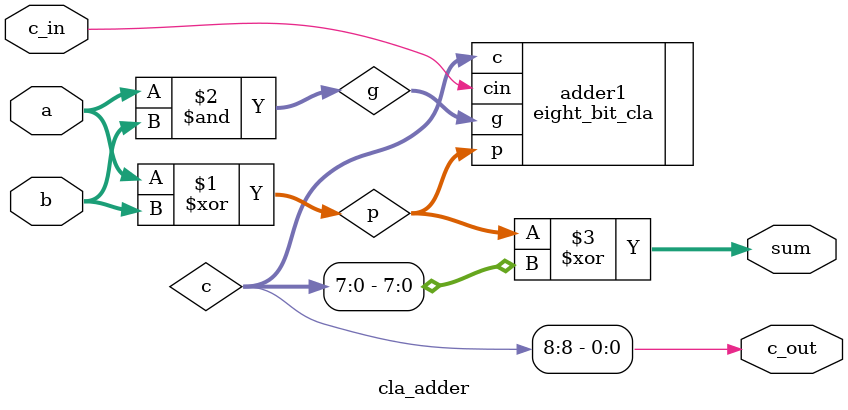
<source format=v>
`timescale 1ns / 1ps


module cla_adder(
    input [7:0] a,
    input [7:0] b,
    input c_in,
    output [7:0] sum,
    output c_out
    );
    
wire [7:0] p,g;
wire [8:0] c;

assign p[7:0] = a[7:0]^b[7:0];
assign g[7:0] = a[7:0]&b[7:0];

eight_bit_cla adder1 (.p(p),.g(g),.cin(c_in),.c(c));

assign sum [7:0] = p[7:0] ^ c [7:0];
assign c_out = c[8];
endmodule


</source>
